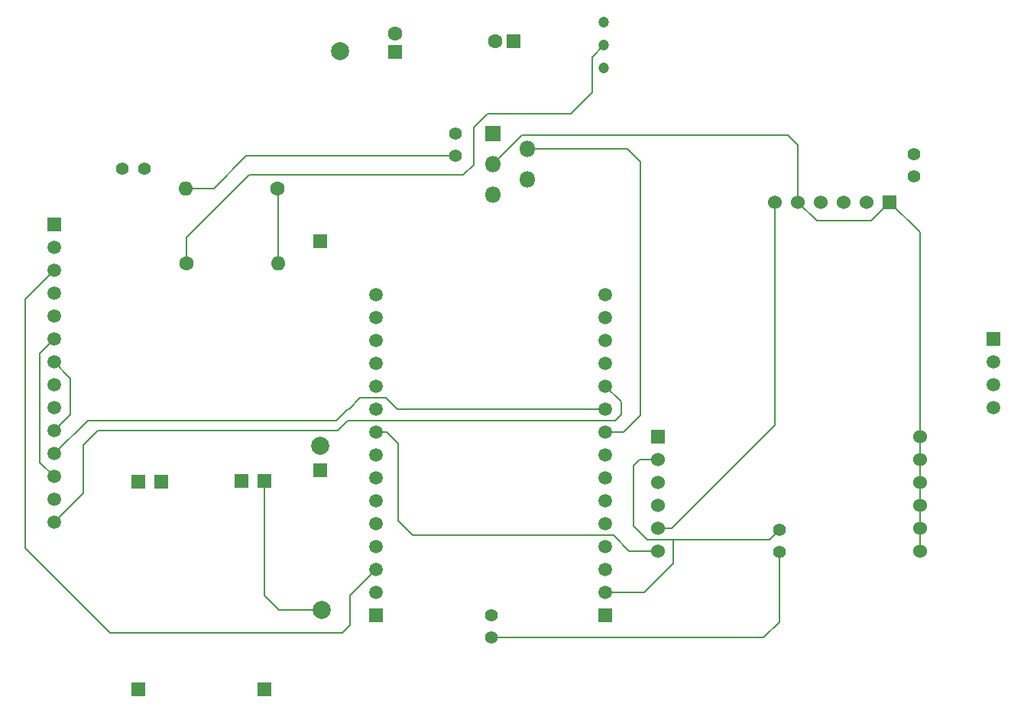
<source format=gbr>
%TF.GenerationSoftware,KiCad,Pcbnew,8.0.8*%
%TF.CreationDate,2025-04-04T13:43:42-04:00*%
%TF.ProjectId,bike_computer,62696b65-5f63-46f6-9d70-757465722e6b,0*%
%TF.SameCoordinates,Original*%
%TF.FileFunction,Copper,L2,Bot*%
%TF.FilePolarity,Positive*%
%FSLAX46Y46*%
G04 Gerber Fmt 4.6, Leading zero omitted, Abs format (unit mm)*
G04 Created by KiCad (PCBNEW 8.0.8) date 2025-04-04 13:43:42*
%MOMM*%
%LPD*%
G01*
G04 APERTURE LIST*
%TA.AperFunction,ComponentPad*%
%ADD10C,1.400000*%
%TD*%
%TA.AperFunction,ComponentPad*%
%ADD11C,2.000000*%
%TD*%
%TA.AperFunction,ComponentPad*%
%ADD12R,1.800000X1.800000*%
%TD*%
%TA.AperFunction,ComponentPad*%
%ADD13O,1.800000X1.800000*%
%TD*%
%TA.AperFunction,ComponentPad*%
%ADD14R,1.500000X1.500000*%
%TD*%
%TA.AperFunction,ComponentPad*%
%ADD15C,1.500000*%
%TD*%
%TA.AperFunction,ComponentPad*%
%ADD16C,1.600000*%
%TD*%
%TA.AperFunction,ComponentPad*%
%ADD17O,1.600000X1.600000*%
%TD*%
%TA.AperFunction,ComponentPad*%
%ADD18R,1.524000X1.524000*%
%TD*%
%TA.AperFunction,ComponentPad*%
%ADD19R,1.600000X1.600000*%
%TD*%
%TA.AperFunction,ComponentPad*%
%ADD20C,1.200000*%
%TD*%
%TA.AperFunction,ComponentPad*%
%ADD21C,1.524000*%
%TD*%
%TA.AperFunction,Conductor*%
%ADD22C,0.200000*%
%TD*%
G04 APERTURE END LIST*
D10*
%TO.P,C5,1*%
%TO.N,+3.3V*%
X81360000Y-64370000D03*
%TO.P,C5,2*%
%TO.N,GND*%
X83860000Y-64370000D03*
%TD*%
%TO.P,C2,1*%
%TO.N,Net-(U3-BYPASS)*%
X118320000Y-60450000D03*
%TO.P,C2,2*%
%TO.N,GND*%
X118320000Y-62950000D03*
%TD*%
%TO.P,C4,1*%
%TO.N,+3.3V*%
X154170000Y-106870000D03*
%TO.P,C4,2*%
%TO.N,GND*%
X154170000Y-104370000D03*
%TD*%
D11*
%TO.P,3.3V,1,1*%
%TO.N,+3.3V*%
X105540000Y-51350000D03*
%TD*%
D12*
%TO.P,U3,1,BYPASS*%
%TO.N,Net-(U3-BYPASS)*%
X122422000Y-60444000D03*
D13*
%TO.P,U3,2,nSHDN*%
%TO.N,nSHDN*%
X126222000Y-62144000D03*
%TO.P,U3,3,GND*%
%TO.N,GND*%
X122422000Y-63844000D03*
%TO.P,U3,4,Vin*%
%TO.N,Net-(U3-Vin)*%
X126222000Y-65544000D03*
%TO.P,U3,5,Vout*%
%TO.N,+3.3V*%
X122422000Y-67244000D03*
%TD*%
D14*
%TO.P,U4,1,VCC*%
%TO.N,+3.3V*%
X73834500Y-70562000D03*
D15*
%TO.P,U4,2,GND*%
%TO.N,GND*%
X73834500Y-73102000D03*
%TO.P,U4,3,CS*%
%TO.N,CS*%
X73834500Y-75642000D03*
%TO.P,U4,4,RESET_N*%
%TO.N,Net-(U4-RESET_N)*%
X73834500Y-78182000D03*
%TO.P,U4,5,DC/RS*%
%TO.N,Net-(U4-DC{slash}RS)*%
X73834500Y-80722000D03*
%TO.P,U4,6,SDI(MOSI)*%
%TO.N,Net-(U4-SDI(MOSI))*%
X73834500Y-83262000D03*
%TO.P,U4,7,SCK*%
%TO.N,Net-(U4-SCK)*%
X73834500Y-85802000D03*
%TO.P,U4,8,LED*%
%TO.N,Net-(U4-LED)*%
X73834500Y-88342000D03*
%TO.P,U4,9,SDO(MISO)*%
%TO.N,Net-(U4-SDO(MISO))*%
X73834500Y-90882000D03*
%TO.P,U4,10,T_CLK*%
%TO.N,Net-(U4-SCK)*%
X73834500Y-93422000D03*
%TO.P,U4,11,T_CS*%
%TO.N,Net-(U4-T_CS)*%
X73834500Y-95962000D03*
%TO.P,U4,12,T_DIN*%
%TO.N,Net-(U4-SDI(MOSI))*%
X73834500Y-98502000D03*
%TO.P,U4,13,T_DO*%
%TO.N,Net-(U4-SDO(MISO))*%
X73834500Y-101042000D03*
%TO.P,U4,14,T_IRQ_N*%
%TO.N,Net-(U4-T_IRQ_N)*%
X73834500Y-103582000D03*
D14*
%TO.P,U4,15,SD_CS*%
%TO.N,SD_CS*%
X177874500Y-83262000D03*
D15*
%TO.P,U4,16,SD_MOSI*%
%TO.N,Net-(U4-SDI(MOSI))*%
X177874500Y-85802000D03*
%TO.P,U4,17,SD_MISO*%
%TO.N,Net-(U4-SDO(MISO))*%
X177874500Y-88342000D03*
%TO.P,U4,18,SD_SCK*%
%TO.N,Net-(U4-SCK)*%
X177874500Y-90882000D03*
%TD*%
D10*
%TO.P,C6,1*%
%TO.N,+3.3V*%
X122250000Y-116370000D03*
%TO.P,C6,2*%
%TO.N,GND*%
X122250000Y-113870000D03*
%TD*%
D16*
%TO.P,R1,1*%
%TO.N,Net-(U5-OUT+)*%
X88490000Y-74840000D03*
D17*
%TO.P,R1,2*%
%TO.N,Net-(U7-IO19)*%
X98650000Y-74840000D03*
%TD*%
D18*
%TO.P,U5,1,V_USB*%
%TO.N,unconnected-(U5-V_USB-Pad1)*%
X83125000Y-122071000D03*
%TO.P,U5,2,GND_USB*%
%TO.N,unconnected-(U5-GND_USB-Pad2)*%
X97125000Y-122071000D03*
%TO.P,U5,3,B+*%
%TO.N,Net-(BT1-+)*%
X85665000Y-99071000D03*
%TO.P,U5,4,B-*%
%TO.N,Net-(BT1--)*%
X94585000Y-98961000D03*
%TO.P,U5,5,OUT+*%
%TO.N,Net-(U5-OUT+)*%
X83125000Y-99071000D03*
%TO.P,U5,6,OUT-*%
%TO.N,GND*%
X97125000Y-98961000D03*
%TD*%
D16*
%TO.P,R2,1*%
%TO.N,Net-(U7-IO19)*%
X98600000Y-66550000D03*
D17*
%TO.P,R2,2*%
%TO.N,GND*%
X88440000Y-66550000D03*
%TD*%
D10*
%TO.P,C1,1*%
%TO.N,+3.3V*%
X169100000Y-62710000D03*
%TO.P,C1,2*%
%TO.N,GND*%
X169100000Y-65210000D03*
%TD*%
D11*
%TO.P,GND,1,1*%
%TO.N,GND*%
X103475000Y-113277000D03*
%TD*%
D19*
%TO.P,C3,1*%
%TO.N,+3.3V*%
X111580000Y-51365113D03*
D16*
%TO.P,C3,2*%
%TO.N,GND*%
X111580000Y-49365113D03*
%TD*%
D18*
%TO.P,BT1,1,+*%
%TO.N,Net-(BT1-+)*%
X103317000Y-72361000D03*
%TO.P,BT1,2,-*%
%TO.N,Net-(BT1--)*%
X103317000Y-97761000D03*
%TD*%
D20*
%TO.P,SW1,4,4*%
%TO.N,unconnected-(SW1-Pad4)*%
X134750000Y-53210000D03*
%TO.P,SW1,5,5*%
%TO.N,Net-(U5-OUT+)*%
X134750000Y-50670000D03*
%TO.P,SW1,6,6*%
%TO.N,Net-(U3-Vin)*%
X134750000Y-48130000D03*
%TD*%
D14*
%TO.P,U7,1,3V3*%
%TO.N,+3.3V*%
X109490000Y-113866000D03*
D15*
%TO.P,U7,2,GND*%
%TO.N,GND*%
X109490000Y-111326000D03*
%TO.P,U7,3,IO15/HSPI_CS0*%
%TO.N,CS*%
X109490000Y-108786000D03*
%TO.P,U7,4,IO2*%
%TO.N,unconnected-(U7-IO2-Pad4)*%
X109490000Y-106246000D03*
%TO.P,U7,5,IO4*%
%TO.N,unconnected-(U7-IO4-Pad5)*%
X109490000Y-103706000D03*
%TO.P,U7,6,IO16/RX2*%
%TO.N,Net-(U6-TXD)*%
X109490000Y-101166000D03*
%TO.P,U7,7,IO17/TX2*%
%TO.N,Net-(U6-RXD)*%
X109490000Y-98626000D03*
%TO.P,U7,8,IO5*%
%TO.N,Net-(U6-PPS)*%
X109490000Y-96086000D03*
%TO.P,U7,9,IO18*%
%TO.N,Net-(U6-RESET_N)*%
X109490000Y-93546000D03*
%TO.P,U7,10,IO19*%
%TO.N,Net-(U7-IO19)*%
X109490000Y-91006000D03*
%TO.P,U7,11,IO21*%
%TO.N,SD_CS*%
X109490000Y-88466000D03*
%TO.P,U7,12,IO3/RX0*%
%TO.N,unconnected-(U7-IO3{slash}RX0-Pad12)*%
X109490000Y-85926000D03*
%TO.P,U7,13,IO1/TX0*%
%TO.N,unconnected-(U7-IO1{slash}TX0-Pad13)*%
X109490000Y-83386000D03*
%TO.P,U7,14,IO22*%
%TO.N,Net-(U2-SCK)*%
X109490000Y-80846000D03*
%TO.P,U7,15,IO23*%
%TO.N,Net-(U2-SDI)*%
X109490000Y-78306000D03*
%TO.P,U7,16,EN*%
%TO.N,unconnected-(U7-EN-Pad16)*%
X134890000Y-78306000D03*
%TO.P,U7,17,IO36/Vp*%
%TO.N,unconnected-(U7-IO36{slash}Vp-Pad17)*%
X134890000Y-80846000D03*
%TO.P,U7,18,IO39/SensVn*%
%TO.N,unconnected-(U7-IO39{slash}SensVn-Pad18)*%
X134890000Y-83386000D03*
%TO.P,U7,19,IO34*%
%TO.N,unconnected-(U7-IO34-Pad19)*%
X134890000Y-85926000D03*
%TO.P,U7,20,IO35*%
%TO.N,Net-(U4-T_IRQ_N)*%
X134890000Y-88466000D03*
%TO.P,U7,21,IO32*%
%TO.N,Net-(U4-T_CS)*%
X134890000Y-91006000D03*
%TO.P,U7,22,IO33*%
%TO.N,nSHDN*%
X134890000Y-93546000D03*
%TO.P,U7,23,IO25*%
%TO.N,Net-(U4-RESET_N)*%
X134890000Y-96086000D03*
%TO.P,U7,24,IO26*%
%TO.N,Net-(U4-DC{slash}RS)*%
X134890000Y-98626000D03*
%TO.P,U7,25,IO27*%
%TO.N,Net-(U4-LED)*%
X134890000Y-101166000D03*
%TO.P,U7,26,IO14/HSPI_CLK*%
%TO.N,Net-(U4-SCK)*%
X134890000Y-103706000D03*
%TO.P,U7,27,IO12/HSPI_Q*%
%TO.N,Net-(U4-SDO(MISO))*%
X134890000Y-106246000D03*
%TO.P,U7,28,IO13/HSPI_ID*%
%TO.N,Net-(U4-SDI(MOSI))*%
X134890000Y-108786000D03*
%TO.P,U7,29,GND*%
%TO.N,GND*%
X134890000Y-111326000D03*
D14*
%TO.P,U7,30,Vin*%
%TO.N,unconnected-(U7-Vin-Pad30)*%
X134890000Y-113866000D03*
%TD*%
%TO.P,U6,1,PPS*%
%TO.N,Net-(U6-PPS)*%
X140740000Y-94030000D03*
D21*
%TO.P,U6,2,GND*%
%TO.N,GND*%
X140740000Y-96570000D03*
%TO.P,U6,3,TXD*%
%TO.N,Net-(U6-TXD)*%
X140740000Y-99110000D03*
%TO.P,U6,4,RXD*%
%TO.N,Net-(U6-RXD)*%
X140740000Y-101650000D03*
%TO.P,U6,5,VCC*%
%TO.N,+3.3V*%
X140740000Y-104190000D03*
%TO.P,U6,6,RESET_N*%
%TO.N,Net-(U6-RESET_N)*%
X140740000Y-106730000D03*
%TO.P,U6,7,GND*%
%TO.N,GND*%
X169740000Y-106730000D03*
%TO.P,U6,8,GND*%
X169740000Y-104190000D03*
%TO.P,U6,9,GND*%
X169740000Y-101650000D03*
%TO.P,U6,10,GND*%
X169740000Y-99110000D03*
%TO.P,U6,11,GND*%
X169740000Y-96570000D03*
%TO.P,U6,12,GND*%
X169740000Y-94030000D03*
%TD*%
D14*
%TO.P,U2,1,GND*%
%TO.N,GND*%
X166419000Y-68085000D03*
D21*
%TO.P,U2,2,CSB*%
%TO.N,+3.3V*%
X163879000Y-68085000D03*
%TO.P,U2,3,SDI*%
%TO.N,Net-(U2-SDI)*%
X161339000Y-68085000D03*
%TO.P,U2,4,SCK*%
%TO.N,Net-(U2-SCK)*%
X158799000Y-68085000D03*
%TO.P,U2,5,SDO*%
%TO.N,GND*%
X156259000Y-68085000D03*
%TO.P,U2,6,VDDIO*%
%TO.N,+3.3V*%
X153719000Y-68085000D03*
%TD*%
D11*
%TO.P,VBATT,1,1*%
%TO.N,Net-(U5-OUT+)*%
X103300000Y-95120000D03*
%TD*%
D19*
%TO.P,C7,1*%
%TO.N,Net-(U3-Vin)*%
X124690000Y-50210000D03*
D16*
%TO.P,C7,2*%
%TO.N,GND*%
X122690000Y-50210000D03*
%TD*%
D22*
%TO.N,GND*%
X156259000Y-61759000D02*
X155120000Y-60620000D01*
X138000000Y-103950000D02*
X139520000Y-105470000D01*
X169740000Y-94030000D02*
X169740000Y-71406000D01*
X156259000Y-68085000D02*
X156259000Y-61759000D01*
X156259000Y-68085000D02*
X158294000Y-70120000D01*
X169740000Y-96570000D02*
X169740000Y-94030000D01*
X139204000Y-111326000D02*
X142440000Y-108090000D01*
X88440000Y-66550000D02*
X91500000Y-66550000D01*
X139520000Y-105470000D02*
X142430000Y-105470000D01*
X169740000Y-99110000D02*
X169740000Y-96570000D01*
X164384000Y-70120000D02*
X166419000Y-68085000D01*
X142430000Y-105470000D02*
X153070000Y-105470000D01*
X97125000Y-111705000D02*
X97125000Y-98961000D01*
X158294000Y-70120000D02*
X164384000Y-70120000D01*
X98697000Y-113277000D02*
X97125000Y-111705000D01*
X142440000Y-108090000D02*
X142440000Y-105480000D01*
X169740000Y-71406000D02*
X166419000Y-68085000D01*
X169740000Y-106730000D02*
X169740000Y-104190000D01*
X153070000Y-105470000D02*
X154170000Y-104370000D01*
X169740000Y-101650000D02*
X169740000Y-99110000D01*
X140740000Y-96570000D02*
X138680000Y-96570000D01*
X155120000Y-60620000D02*
X125646000Y-60620000D01*
X138680000Y-96570000D02*
X138000000Y-97250000D01*
X125646000Y-60620000D02*
X122422000Y-63844000D01*
X142440000Y-105480000D02*
X142430000Y-105470000D01*
X91500000Y-66550000D02*
X95100000Y-62950000D01*
X103475000Y-113277000D02*
X98697000Y-113277000D01*
X134890000Y-111326000D02*
X139204000Y-111326000D01*
X138000000Y-97250000D02*
X138000000Y-103950000D01*
X95100000Y-62950000D02*
X118320000Y-62950000D01*
X169740000Y-104190000D02*
X169740000Y-101650000D01*
%TO.N,+3.3V*%
X152440000Y-116370000D02*
X154170000Y-114640000D01*
X153719000Y-92761000D02*
X153719000Y-68085000D01*
X122250000Y-116370000D02*
X152440000Y-116370000D01*
X140740000Y-104190000D02*
X142290000Y-104190000D01*
X142290000Y-104190000D02*
X153719000Y-92761000D01*
X154170000Y-114640000D02*
X154170000Y-106870000D01*
%TO.N,Net-(U5-OUT+)*%
X131080000Y-58220000D02*
X133440000Y-55860000D01*
X120290000Y-63890000D02*
X120290000Y-59770000D01*
X121840000Y-58220000D02*
X131080000Y-58220000D01*
X95400000Y-65030000D02*
X119150000Y-65030000D01*
X88490000Y-71940000D02*
X95400000Y-65030000D01*
X88490000Y-74840000D02*
X88490000Y-71940000D01*
X120290000Y-59770000D02*
X121840000Y-58220000D01*
X133440000Y-51980000D02*
X134750000Y-50670000D01*
X119150000Y-65030000D02*
X120290000Y-63890000D01*
X133440000Y-55860000D02*
X133440000Y-51980000D01*
%TO.N,Net-(U7-IO19)*%
X98650000Y-66600000D02*
X98600000Y-66550000D01*
X98650000Y-74840000D02*
X98650000Y-66600000D01*
%TO.N,nSHDN*%
X138770000Y-91690000D02*
X138770000Y-63550000D01*
X137364000Y-62144000D02*
X138770000Y-63550000D01*
X134890000Y-93546000D02*
X136914000Y-93546000D01*
X126222000Y-62144000D02*
X137364000Y-62144000D01*
X136914000Y-93546000D02*
X138770000Y-91690000D01*
%TO.N,Net-(U4-SCK)*%
X75650000Y-87617500D02*
X73834500Y-85802000D01*
X73834500Y-93422000D02*
X75650000Y-91606500D01*
X75650000Y-91606500D02*
X75650000Y-87617500D01*
%TO.N,Net-(U4-T_IRQ_N)*%
X73834500Y-103582000D02*
X77090000Y-100326500D01*
X136620000Y-90196000D02*
X134890000Y-88466000D01*
X78680000Y-93380000D02*
X105250000Y-93380000D01*
X106350000Y-92280000D02*
X135990000Y-92280000D01*
X105250000Y-93380000D02*
X106350000Y-92280000D01*
X77090000Y-100326500D02*
X77090000Y-94970000D01*
X136620000Y-91650000D02*
X136620000Y-90196000D01*
X77090000Y-94970000D02*
X78680000Y-93380000D01*
X135990000Y-92280000D02*
X136620000Y-91650000D01*
%TO.N,Net-(U4-SDI(MOSI))*%
X73834500Y-83262000D02*
X72260000Y-84836500D01*
X72260000Y-96927500D02*
X73834500Y-98502000D01*
X72260000Y-84836500D02*
X72260000Y-96927500D01*
%TO.N,Net-(U4-T_CS)*%
X107730000Y-89750000D02*
X106480000Y-91000000D01*
X106480000Y-91000000D02*
X106370000Y-91000000D01*
X134890000Y-91006000D02*
X111826000Y-91006000D01*
X77526500Y-92270000D02*
X73834500Y-95962000D01*
X111826000Y-91006000D02*
X110570000Y-89750000D01*
X110570000Y-89750000D02*
X107730000Y-89750000D01*
X105100000Y-92270000D02*
X77526500Y-92270000D01*
X106370000Y-91000000D02*
X105100000Y-92270000D01*
%TO.N,CS*%
X106570000Y-111706000D02*
X106570000Y-115010000D01*
X106570000Y-115010000D02*
X105750000Y-115830000D01*
X109490000Y-108786000D02*
X106570000Y-111706000D01*
X70630000Y-78846500D02*
X70630000Y-105420000D01*
X70630000Y-106420000D02*
X70630000Y-105420000D01*
X105750000Y-115830000D02*
X80040000Y-115830000D01*
X73834500Y-75642000D02*
X70630000Y-78846500D01*
X80040000Y-115830000D02*
X70630000Y-106420000D01*
%TO.N,Net-(U6-RESET_N)*%
X137540000Y-106730000D02*
X135780000Y-104970000D01*
X113540000Y-104970000D02*
X111910000Y-103340000D01*
X135780000Y-104970000D02*
X113540000Y-104970000D01*
X110636000Y-93546000D02*
X109490000Y-93546000D01*
X140740000Y-106730000D02*
X137540000Y-106730000D01*
X111910000Y-103340000D02*
X111910000Y-94820000D01*
X111910000Y-94820000D02*
X110636000Y-93546000D01*
%TD*%
M02*

</source>
